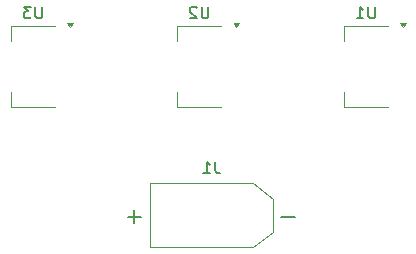
<source format=gbr>
%TF.GenerationSoftware,KiCad,Pcbnew,8.0.4*%
%TF.CreationDate,2024-09-04T12:44:35+09:00*%
%TF.ProjectId,servo_supply,73657276-6f5f-4737-9570-706c792e6b69,rev?*%
%TF.SameCoordinates,Original*%
%TF.FileFunction,Legend,Bot*%
%TF.FilePolarity,Positive*%
%FSLAX46Y46*%
G04 Gerber Fmt 4.6, Leading zero omitted, Abs format (unit mm)*
G04 Created by KiCad (PCBNEW 8.0.4) date 2024-09-04 12:44:35*
%MOMM*%
%LPD*%
G01*
G04 APERTURE LIST*
%ADD10C,0.150000*%
%ADD11C,0.120000*%
G04 APERTURE END LIST*
D10*
X173227904Y-88172819D02*
X173227904Y-88982342D01*
X173227904Y-88982342D02*
X173180285Y-89077580D01*
X173180285Y-89077580D02*
X173132666Y-89125200D01*
X173132666Y-89125200D02*
X173037428Y-89172819D01*
X173037428Y-89172819D02*
X172846952Y-89172819D01*
X172846952Y-89172819D02*
X172751714Y-89125200D01*
X172751714Y-89125200D02*
X172704095Y-89077580D01*
X172704095Y-89077580D02*
X172656476Y-88982342D01*
X172656476Y-88982342D02*
X172656476Y-88172819D01*
X171656476Y-89172819D02*
X172227904Y-89172819D01*
X171942190Y-89172819D02*
X171942190Y-88172819D01*
X171942190Y-88172819D02*
X172037428Y-88315676D01*
X172037428Y-88315676D02*
X172132666Y-88410914D01*
X172132666Y-88410914D02*
X172227904Y-88458533D01*
X159105904Y-88172819D02*
X159105904Y-88982342D01*
X159105904Y-88982342D02*
X159058285Y-89077580D01*
X159058285Y-89077580D02*
X159010666Y-89125200D01*
X159010666Y-89125200D02*
X158915428Y-89172819D01*
X158915428Y-89172819D02*
X158724952Y-89172819D01*
X158724952Y-89172819D02*
X158629714Y-89125200D01*
X158629714Y-89125200D02*
X158582095Y-89077580D01*
X158582095Y-89077580D02*
X158534476Y-88982342D01*
X158534476Y-88982342D02*
X158534476Y-88172819D01*
X158105904Y-88268057D02*
X158058285Y-88220438D01*
X158058285Y-88220438D02*
X157963047Y-88172819D01*
X157963047Y-88172819D02*
X157724952Y-88172819D01*
X157724952Y-88172819D02*
X157629714Y-88220438D01*
X157629714Y-88220438D02*
X157582095Y-88268057D01*
X157582095Y-88268057D02*
X157534476Y-88363295D01*
X157534476Y-88363295D02*
X157534476Y-88458533D01*
X157534476Y-88458533D02*
X157582095Y-88601390D01*
X157582095Y-88601390D02*
X158153523Y-89172819D01*
X158153523Y-89172819D02*
X157534476Y-89172819D01*
X159673333Y-101284819D02*
X159673333Y-101999104D01*
X159673333Y-101999104D02*
X159720952Y-102141961D01*
X159720952Y-102141961D02*
X159816190Y-102237200D01*
X159816190Y-102237200D02*
X159959047Y-102284819D01*
X159959047Y-102284819D02*
X160054285Y-102284819D01*
X158673333Y-102284819D02*
X159244761Y-102284819D01*
X158959047Y-102284819D02*
X158959047Y-101284819D01*
X158959047Y-101284819D02*
X159054285Y-101427676D01*
X159054285Y-101427676D02*
X159149523Y-101522914D01*
X159149523Y-101522914D02*
X159244761Y-101570533D01*
X153411428Y-105944700D02*
X152268571Y-105944700D01*
X152839999Y-106516128D02*
X152839999Y-105373271D01*
X166411428Y-105944700D02*
X165268571Y-105944700D01*
X145033904Y-88172819D02*
X145033904Y-88982342D01*
X145033904Y-88982342D02*
X144986285Y-89077580D01*
X144986285Y-89077580D02*
X144938666Y-89125200D01*
X144938666Y-89125200D02*
X144843428Y-89172819D01*
X144843428Y-89172819D02*
X144652952Y-89172819D01*
X144652952Y-89172819D02*
X144557714Y-89125200D01*
X144557714Y-89125200D02*
X144510095Y-89077580D01*
X144510095Y-89077580D02*
X144462476Y-88982342D01*
X144462476Y-88982342D02*
X144462476Y-88172819D01*
X144081523Y-88172819D02*
X143462476Y-88172819D01*
X143462476Y-88172819D02*
X143795809Y-88553771D01*
X143795809Y-88553771D02*
X143652952Y-88553771D01*
X143652952Y-88553771D02*
X143557714Y-88601390D01*
X143557714Y-88601390D02*
X143510095Y-88649009D01*
X143510095Y-88649009D02*
X143462476Y-88744247D01*
X143462476Y-88744247D02*
X143462476Y-88982342D01*
X143462476Y-88982342D02*
X143510095Y-89077580D01*
X143510095Y-89077580D02*
X143557714Y-89125200D01*
X143557714Y-89125200D02*
X143652952Y-89172819D01*
X143652952Y-89172819D02*
X143938666Y-89172819D01*
X143938666Y-89172819D02*
X144033904Y-89125200D01*
X144033904Y-89125200D02*
X144081523Y-89077580D01*
D11*
%TO.C,U1*%
X170556000Y-89808000D02*
X174316000Y-89808000D01*
X170556000Y-91068000D02*
X170556000Y-89808000D01*
X170556000Y-95368000D02*
X170556000Y-96628000D01*
X170556000Y-96628000D02*
X174316000Y-96628000D01*
X175596000Y-89908000D02*
X175356000Y-89578000D01*
X175836000Y-89578000D01*
X175596000Y-89908000D01*
G36*
X175596000Y-89908000D02*
G01*
X175356000Y-89578000D01*
X175836000Y-89578000D01*
X175596000Y-89908000D01*
G37*
%TO.C,U2*%
X156434000Y-89808000D02*
X160194000Y-89808000D01*
X156434000Y-91068000D02*
X156434000Y-89808000D01*
X156434000Y-95368000D02*
X156434000Y-96628000D01*
X156434000Y-96628000D02*
X160194000Y-96628000D01*
X161474000Y-89908000D02*
X161234000Y-89578000D01*
X161714000Y-89578000D01*
X161474000Y-89908000D01*
G36*
X161474000Y-89908000D02*
G01*
X161234000Y-89578000D01*
X161714000Y-89578000D01*
X161474000Y-89908000D01*
G37*
%TO.C,J1*%
X154130000Y-103120000D02*
X162850000Y-103120000D01*
X154130000Y-108540000D02*
X154130000Y-103120000D01*
X154130000Y-108540000D02*
X162850000Y-108540000D01*
X162850000Y-103120000D02*
X164550000Y-104420000D01*
X162850000Y-108540000D02*
X164550000Y-107240000D01*
X164550000Y-107240000D02*
X164550000Y-104420000D01*
%TO.C,U3*%
X142362000Y-89808000D02*
X146122000Y-89808000D01*
X142362000Y-91068000D02*
X142362000Y-89808000D01*
X142362000Y-95368000D02*
X142362000Y-96628000D01*
X142362000Y-96628000D02*
X146122000Y-96628000D01*
X147402000Y-89908000D02*
X147162000Y-89578000D01*
X147642000Y-89578000D01*
X147402000Y-89908000D01*
G36*
X147402000Y-89908000D02*
G01*
X147162000Y-89578000D01*
X147642000Y-89578000D01*
X147402000Y-89908000D01*
G37*
%TD*%
M02*

</source>
